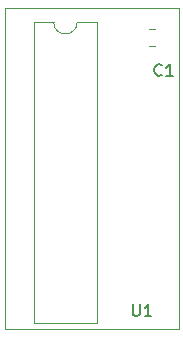
<source format=gbr>
G04 #@! TF.GenerationSoftware,KiCad,Pcbnew,(5.1.5)-3*
G04 #@! TF.CreationDate,2020-09-11T10:56:42+02:00*
G04 #@! TF.ProjectId,mmu_16v8,6d6d755f-3136-4763-982e-6b696361645f,rev?*
G04 #@! TF.SameCoordinates,Original*
G04 #@! TF.FileFunction,Legend,Top*
G04 #@! TF.FilePolarity,Positive*
%FSLAX46Y46*%
G04 Gerber Fmt 4.6, Leading zero omitted, Abs format (unit mm)*
G04 Created by KiCad (PCBNEW (5.1.5)-3) date 2020-09-11 10:56:42*
%MOMM*%
%LPD*%
G04 APERTURE LIST*
%ADD10C,0.050000*%
%ADD11C,0.120000*%
%ADD12C,0.150000*%
G04 APERTURE END LIST*
D10*
X140208000Y-69088000D02*
X140208000Y-41910000D01*
X154940000Y-69088000D02*
X140208000Y-69088000D01*
X154940000Y-41910000D02*
X154940000Y-69088000D01*
X140208000Y-41910000D02*
X154940000Y-41910000D01*
D11*
X148001500Y-43120000D02*
X146351500Y-43120000D01*
X148001500Y-68640000D02*
X148001500Y-43120000D01*
X142701500Y-68640000D02*
X148001500Y-68640000D01*
X142701500Y-43120000D02*
X142701500Y-68640000D01*
X144351500Y-43120000D02*
X142701500Y-43120000D01*
X146351500Y-43120000D02*
G75*
G02X144351500Y-43120000I-1000000J0D01*
G01*
X152392748Y-45160000D02*
X152915252Y-45160000D01*
X152392748Y-43740000D02*
X152915252Y-43740000D01*
D12*
X151066595Y-67016380D02*
X151066595Y-67825904D01*
X151114214Y-67921142D01*
X151161833Y-67968761D01*
X151257071Y-68016380D01*
X151447547Y-68016380D01*
X151542785Y-67968761D01*
X151590404Y-67921142D01*
X151638023Y-67825904D01*
X151638023Y-67016380D01*
X152638023Y-68016380D02*
X152066595Y-68016380D01*
X152352309Y-68016380D02*
X152352309Y-67016380D01*
X152257071Y-67159238D01*
X152161833Y-67254476D01*
X152066595Y-67302095D01*
X153503333Y-47601142D02*
X153455714Y-47648761D01*
X153312857Y-47696380D01*
X153217619Y-47696380D01*
X153074761Y-47648761D01*
X152979523Y-47553523D01*
X152931904Y-47458285D01*
X152884285Y-47267809D01*
X152884285Y-47124952D01*
X152931904Y-46934476D01*
X152979523Y-46839238D01*
X153074761Y-46744000D01*
X153217619Y-46696380D01*
X153312857Y-46696380D01*
X153455714Y-46744000D01*
X153503333Y-46791619D01*
X154455714Y-47696380D02*
X153884285Y-47696380D01*
X154170000Y-47696380D02*
X154170000Y-46696380D01*
X154074761Y-46839238D01*
X153979523Y-46934476D01*
X153884285Y-46982095D01*
M02*

</source>
